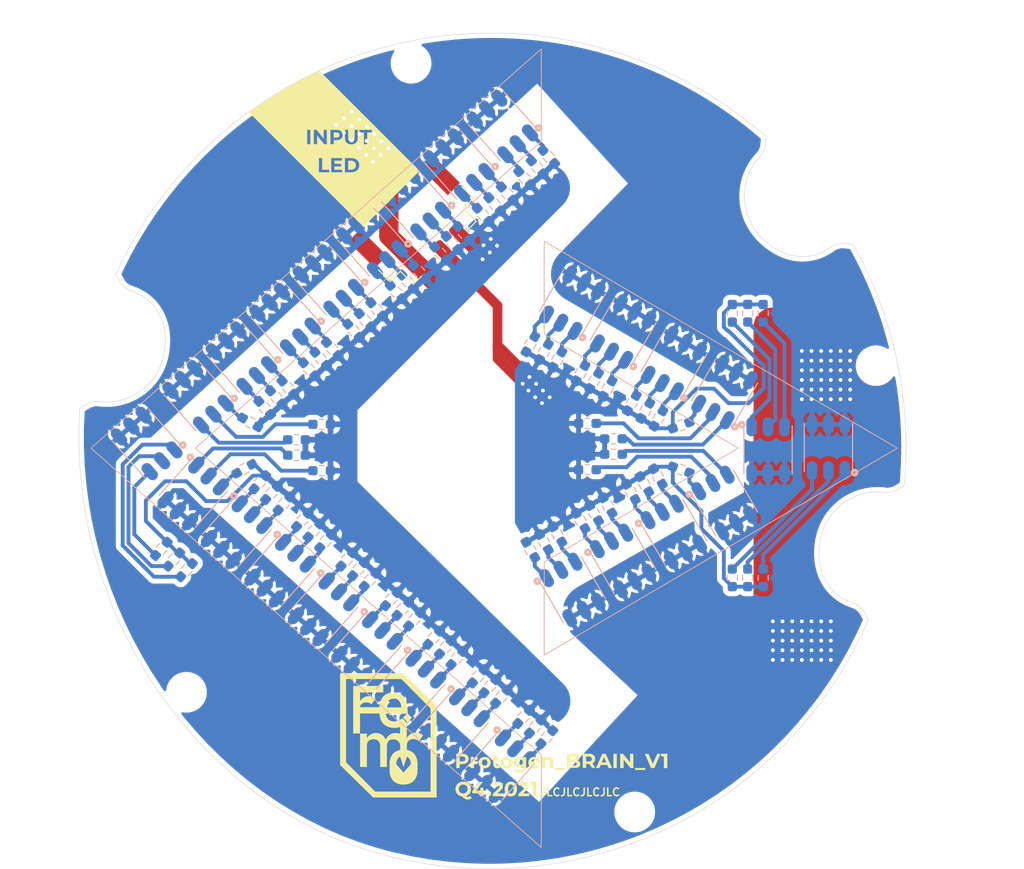
<source format=kicad_pcb>
(kicad_pcb (version 20211014) (generator pcbnew)
  (layers (0 "F.Cu" signal) (31 "B.Cu" signal) (34 "B.Paste" user) (35 "F.Paste" user) (36 "B.SilkS" user "B.Silkscreen") (37 "F.SilkS" user "F.Silkscreen") (38 "B.Mask" user) (39 "F.Mask" user) (44 "Edge.Cuts" user))
  (net 0 "")
  (net 1 "GND")
  (net 2 "Net-(D8-Pad1)")
  (net 3 "Net-(D8-Pad2)")
  (net 4 "Net-(D8-Pad3)")
  (net 5 "Net-(D9-Pad1)")
  (net 6 "Net-(D9-Pad2)")
  (net 7 "Net-(D9-Pad3)")
  (net 8 "Net-(D10-Pad3)")
  (net 9 "Net-(D10-Pad2)")
  (net 10 "Net-(D10-Pad1)")
  (net 11 "Net-(D11-Pad3)")
  (net 12 "Net-(D11-Pad2)")
  (net 13 "Net-(D11-Pad1)")
  (net 14 "Net-(D12-Pad1)")
  (net 15 "Net-(D12-Pad2)")
  (net 16 "Net-(D12-Pad3)")
  (net 17 "Net-(D13-Pad3)")
  (net 18 "Net-(D13-Pad2)")
  (net 19 "Net-(D13-Pad1)")
  (net 20 "Net-(D14-Pad1)")
  (net 21 "Net-(D14-Pad2)")
  (net 22 "Net-(D14-Pad3)")
  (net 23 "Net-(D15-Pad1)")
  (net 24 "Net-(D15-Pad2)")
  (net 25 "Net-(D15-Pad3)")
  (net 26 "Net-(D16-Pad1)")
  (net 27 "Net-(D16-Pad2)")
  (net 28 "Net-(D16-Pad3)")
  (net 29 "Net-(D17-Pad1)")
  (net 30 "Net-(D17-Pad2)")
  (net 31 "Net-(D17-Pad3)")
  (net 32 "Net-(D18-Pad3)")
  (net 33 "Net-(D18-Pad2)")
  (net 34 "Net-(D18-Pad1)")
  (net 35 "Net-(D19-Pad3)")
  (net 36 "Net-(D19-Pad2)")
  (net 37 "Net-(D19-Pad1)")
  (net 38 "Net-(D20-Pad3)")
  (net 39 "Net-(D20-Pad2)")
  (net 40 "Net-(D20-Pad1)")
  (net 41 "Net-(D21-Pad3)")
  (net 42 "Net-(D21-Pad2)")
  (net 43 "Net-(D21-Pad1)")
  (net 44 "Net-(D22-Pad3)")
  (net 45 "Net-(D22-Pad2)")
  (net 46 "Net-(D22-Pad1)")
  (net 47 "Net-(D23-Pad1)")
  (net 48 "Net-(D23-Pad2)")
  (net 49 "Net-(D23-Pad3)")
  (net 50 "Net-(D24-Pad1)")
  (net 51 "Net-(D24-Pad2)")
  (net 52 "Net-(D24-Pad3)")
  (net 53 "Net-(D25-Pad1)")
  (net 54 "Net-(D25-Pad2)")
  (net 55 "Net-(D25-Pad3)")
  (net 56 "Net-(D26-Pad3)")
  (net 57 "Net-(D26-Pad2)")
  (net 58 "Net-(D26-Pad1)")
  (net 59 "Net-(D27-Pad1)")
  (net 60 "Net-(D27-Pad2)")
  (net 61 "Net-(D27-Pad3)")
  (net 62 "Net-(D28-Pad1)")
  (net 63 "Net-(D28-Pad2)")
  (net 64 "Net-(D28-Pad3)")
  (net 65 "Net-(D29-Pad3)")
  (net 66 "Net-(D29-Pad2)")
  (net 67 "Net-(D29-Pad1)")
  (net 68 "Net-(D30-Pad3)")
  (net 69 "Net-(D30-Pad2)")
  (net 70 "Net-(D30-Pad1)")
  (net 71 "Net-(D31-Pad1)")
  (net 72 "Net-(D31-Pad2)")
  (net 73 "Net-(D31-Pad3)")
  (net 74 "Net-(D32-Pad1)")
  (net 75 "Net-(D32-Pad2)")
  (net 76 "Net-(D32-Pad3)")
  (net 77 "Net-(D33-Pad3)")
  (net 78 "Net-(D33-Pad2)")
  (net 79 "Net-(D33-Pad1)")
  (net 80 "Net-(D34-Pad3)")
  (net 81 "Net-(D34-Pad2)")
  (net 82 "Net-(D34-Pad1)")
  (net 83 "GREEN_LED_ANODE")
  (net 84 "BLUE_LED_ANODE")
  (footprint "_conn:Conn_XKB_XH2.54_3pin_(X8821WRS-03)" (layer "F.Cu") (at 134.45 72.75 -135)
    (fp_text reference "J4" hide)
    (fp_text value "CONN_SIDE_LED")
  )
  (footprint "Protogen_PCB:Wolfy_headphone_right_PCB" (layer "F.Cu") (at 145.2 99 -15)
    (fp_text reference "Ref**" hide)
    (fp_text value "Val**" hide)
  )
  (footprint "Protogen_PCB:Headphone_right_silk" (layer "F.Cu") (at 143.15 99.2)
    (fp_text reference "Ref**" hide)
    (fp_text value "Val**" hide)
  )
  (footprint "MountingHole:MountingHole_3.2mm_M3" (layer "F.Cu") (at 136.55 58.7)
    (fp_text reference "REF**" hide)
    (fp_text value "MountingHole_3.2mm_M3")
  )
  (footprint "MountingHole:MountingHole_3.2mm_M3" (layer "F.Cu") (at 159.7 136.25)
    (fp_text reference "REF**" hide)
    (fp_text value "MountingHole_3.2mm_M3")
  )
  (footprint "MountingHole:MountingHole_3.2mm_M3" (layer "F.Cu") (at 113.3 123.85)
    (fp_text reference "REF**" hide)
    (fp_text value "MountingHole_3.2mm_M3")
  )
  (footprint "MountingHole:MountingHole_3.2mm_M3" (layer "F.Cu") (at 184.675 90.025)
    (fp_text reference "REF**" hide)
    (fp_text value "MountingHole_3.2mm_M3")
  )
  (footprint "_led:LED_5050_HL-AF-5060" (layer "B.Cu") (at 146 65.25 131.5)
    (fp_text reference "D8" hide)
    (fp_text value "LED_GREEN")
  )
  (footprint "_led:LED_5050_HL-AF-5060" (layer "B.Cu") (at 141.5 69.25 131.5)
    (fp_text reference "D9" hide)
    (fp_text value "LED_GREEN")
  )
  (footprint "_led:LED_5050_HL-AF-5060" (layer "B.Cu") (at 137 73.25 131.5)
    (fp_text reference "D10" hide)
    (fp_text value "LED_GREEN")
  )
  (footprint "_led:LED_5050_HL-AF-5060" (layer "B.Cu") (at 132.5 77.25 131.5)
    (fp_text reference "D11" hide)
    (fp_text value "LED_GREEN")
  )
  (footprint "_led:LED_5050_HL-AF-5060" (layer "B.Cu") (at 128 81.25 131.5)
    (fp_text reference "D12" hide)
    (fp_text value "LED_GREEN")
  )
  (footprint "_led:LED_5050_HL-AF-5060" (layer "B.Cu") (at 123.5 85.25 131.5)
    (fp_text reference "D13" hide)
    (fp_text value "LED_GREEN")
  )
  (footprint "_led:LED_5050_HL-AF-5060" (layer "B.Cu") (at 119 89.25 131.5)
    (fp_text reference "D14" hide)
    (fp_text value "LED_GREEN")
  )
  (footprint "_led:LED_5050_HL-AF-5060" (layer "B.Cu") (at 114.5 93.25 131.5)
    (fp_text reference "D15" hide)
    (fp_text value "LED_GREEN")
  )
  (footprint "_led:LED_5050_HL-AF-5060" (layer "B.Cu") (at 109.182937 98.076052 131.5)
    (fp_text reference "D16" hide)
    (fp_text value "LED_GREEN")
  )
  (footprint "_led:LED_5050_HL-AF-5060" (layer "B.Cu") (at 114 103.25 -131.5)
    (fp_text reference "D17" hide)
    (fp_text value "LED_GREEN")
  )
  (footprint "_led:LED_5050_HL-AF-5060" (layer "B.Cu") (at 118.5 107.25 -131.5)
    (fp_text reference "D18" hide)
    (fp_text value "LED_GREEN")
  )
  (footprint "_led:LED_5050_HL-AF-5060" (layer "B.Cu") (at 123 111.25 -131.5)
    (fp_text reference "D19" hide)
    (fp_text value "LED_GREEN")
  )
  (footprint "_led:LED_5050_HL-AF-5060" (layer "B.Cu") (at 127.5 115.25 -131.5)
    (fp_text reference "Dr" hide)
    (fp_text value "LED_GREEN")
  )
  (footprint "_led:LED_5050_HL-AF-5060" (layer "B.Cu") (at 132 119.25 -131.5)
    (fp_text reference "D21" hide)
    (fp_text value "LED_GREEN")
  )
  (footprint "_led:LED_5050_HL-AF-5060" (layer "B.Cu") (at 136.5 123.25 -131.5)
    (fp_text reference "D22" hide)
    (fp_text value "LED_GREEN")
  )
  (footprint "_led:LED_5050_HL-AF-5060" (layer "B.Cu") (at 141 127.25 -131.5)
    (fp_text reference "D23" hide)
    (fp_text value "LED_GREEN")
  )
  (footprint "_led:LED_5050_HL-AF-5060" (layer "B.Cu") (at 145.75 131.5 -131.5)
    (fp_text reference "D24" hide)
    (fp_text value "LED_GREEN")
  )
  (footprint "_led:LED_5050_HL-AF-5060" (layer "B.Cu") (at 153.25 113.25 -60)
    (fp_text reference "D25" hide)
    (fp_text value "LED_BLUE")
  )
  (footprint "_led:LED_5050_HL-AF-5060" (layer "B.Cu") (at 158.5 110.25 -60)
    (fp_text reference "D26" hide)
    (fp_text value "LED_BLUE")
  )
  (footprint "_led:LED_5050_HL-AF-5060" (layer "B.Cu") (at 163.75 107.25 -60)
    (fp_text reference "D27" hide)
    (fp_text value "LED_BLUE")
  )
  (footprint "_led:LED_5050_HL-AF-5060" (layer "B.Cu") (at 169 104.25 -60)
    (fp_text reference "D28" hide)
    (fp_text value "LED_BLUE")
  )
  (footprint "_led:LED_5050_HL-AF-5060" (layer "B.Cu") (at 173.5 98.75 -90)
    (fp_text reference "D29" hide)
    (fp_text value "LED_BLUE")
  )
  (footprint "_led:LED_5050_HL-AF-5060" (layer "B.Cu") (at 179.75 98.5 90)
    (fp_text reference "D30" hide)
    (fp_text value "LED_BLUE")
  )
  (footprint "_led:LED_5050_HL-AF-5060" (layer "B.Cu") (at 169 92.75 60)
    (fp_text reference "D31" hide)
    (fp_text value "LED_BLUE")
  )
  (footprint "_led:LED_5050_HL-AF-5060" (layer "B.Cu") (at 163.75 89.75 60)
    (fp_text reference "D32" hide)
    (fp_text value "LED_BLUE")
  )
  (footprint "_led:LED_5050_HL-AF-5060" (layer "B.Cu") (at 158.5 86.5 60)
    (fp_text reference "D33" hide)
    (fp_text value "LED_BLUE")
  )
  (footprint "_led:LED_5050_HL-AF-5060" (layer "B.Cu") (at 153.25 83.5 60)
    (fp_text reference "D34" hide)
    (fp_text value "LED_BLUE")
  )
  (footprint "Resistor_SMD:R_0603_1608Metric_Pad0.98x0.95mm_HandSolder" (layer "B.Cu") (at 150.8 68.4 -48.5)
    (fp_text reference "R24" hide)
    (fp_text value "300")
  )
  (footprint "Resistor_SMD:R_0603_1608Metric_Pad0.98x0.95mm_HandSolder" (layer "B.Cu") (at 149.604641 69.483422 -48.5)
    (fp_text reference "R25" hide)
    (fp_text value "300")
  )
  (footprint "Resistor_SMD:R_0603_1608Metric_Pad0.98x0.95mm_HandSolder" (layer "B.Cu") (at 148.3 70.6 -48.5)
    (fp_text reference "R26" hide)
    (fp_text value "300")
  )
  (footprint "Resistor_SMD:R_0603_1608Metric_Pad0.98x0.95mm_HandSolder" (layer "B.Cu") (at 145.2 73.316578 -48.5)
    (fp_text reference "R28" hide)
    (fp_text value "300")
  )
  (footprint "Resistor_SMD:R_0603_1608Metric_Pad0.98x0.95mm_HandSolder" (layer "B.Cu") (at 144 74.4 -48.5)
    (fp_text reference "R29" hide)
    (fp_text value "300")
  )
  (footprint "Resistor_SMD:R_0603_1608Metric_Pad0.98x0.95mm_HandSolder" (layer "B.Cu") (at 142 76.3 -48.5)
    (fp_text reference "R30" hide)
    (fp_text value "300")
  )
  (footprint "Resistor_SMD:R_0603_1608Metric_Pad0.98x0.95mm_HandSolder" (layer "B.Cu") (at 140.795359 77.316578 -48.5)
    (fp_text reference "R31" hide)
    (fp_text value "300")
  )
  (footprint "Resistor_SMD:R_0603_1608Metric_Pad0.98x0.95mm_HandSolder" (layer "B.Cu") (at 139.595359 78.416578 -48.5)
    (fp_text reference "R32" hide)
    (fp_text value "300")
  )
  (footprint "Resistor_SMD:R_0603_1608Metric_Pad0.98x0.95mm_HandSolder" (layer "B.Cu") (at 136.195359 81.316578 -48.5)
    (fp_text reference "R34" hide)
    (fp_text value "300")
  )
  (footprint "Resistor_SMD:R_0603_1608Metric_Pad0.98x0.95mm_HandSolder" (layer "B.Cu") (at 133 84.2 -48.5)
    (fp_text reference "R36" hide)
    (fp_text value "300")
  )
  (footprint "Resistor_SMD:R_0603_1608Metric_Pad0.98x0.95mm_HandSolder" (layer "B.Cu") (at 131.795359 85.316578 -48.5)
    (fp_text reference "R37" hide)
    (fp_text value "300")
  )
  (footprint "Resistor_SMD:R_0603_1608Metric_Pad0.98x0.95mm_HandSolder" (layer "B.Cu") (at 130.6 86.4 -48.5)
    (fp_text reference "R38" hide)
    (fp_text value "300")
  )
  (footprint "Resistor_SMD:R_0603_1608Metric_Pad0.98x0.95mm_HandSolder" (layer "B.Cu") (at 128.4 88.3 -48.5)
    (fp_text reference "R39" hide)
    (fp_text value "300")
  )
  (footprint "Resistor_SMD:R_0603_1608Metric_Pad0.98x0.95mm_HandSolder" (layer "B.Cu") (at 127.195359 89.316578 -48.5)
    (fp_text reference "R40" hide)
    (fp_text value "300")
  )
  (footprint "Resistor_SMD:R_0603_1608Metric_Pad0.98x0.95mm_HandSolder" (layer "B.Cu") (at 126 90.4 -48.5)
    (fp_text reference "R41" hide)
    (fp_text value "300")
  )
  (footprint "Resistor_SMD:R_0603_1608Metric_Pad0.98x0.95mm_HandSolder" (layer "B.Cu") (at 123.8 92.3 -48.5)
    (fp_text reference "R42" hide)
    (fp_text value "300")
  )
  (footprint "Resistor_SMD:R_0603_1608Metric_Pad0.98x0.95mm_HandSolder" (layer "B.Cu") (at 122.595359 93.316578 -48.5)
    (fp_text reference "R43" hide)
    (fp_text value "300")
  )
  (footprint "Resistor_SMD:R_0603_1608Metric_Pad0.98x0.95mm_HandSolder" (layer "B.Cu") (at 121.395359 94.4 -48.5)
    (fp_text reference "R44" hide)
    (fp_text value "300")
  )
  (footprint "Resistor_SMD:R_0603_1608Metric_Pad0.98x0.95mm_HandSolder" (layer "B.Cu") (at 119.9 95.9 -30)
    (fp_text reference "R45" hide)
    (fp_text value "300")
  )
  (footprint "Resistor_SMD:R_0603_1608Metric_Pad0.98x0.95mm_HandSolder" (layer "B.Cu") (at 127.3 96.1)
    (fp_text reference "R46" hide)
    (fp_text value "300")
  )
  (footprint "Resistor_SMD:R_0603_1608Metric_Pad0.98x0.95mm_HandSolder" (layer "B.Cu") (at 124.7 97.7)
    (fp_text reference "R47" hide)
    (fp_text value "300")
  )
  (footprint "Resistor_SMD:R_0603_1608Metric_Pad0.98x0.95mm_HandSolder" (layer "B.Cu") (at 113.3 111.2 48.5)
    (fp_text reference "R48" hide)
    (fp_text value "300")
  )
  (footprint "Resistor_SMD:R_0603_1608Metric_Pad0.98x0.95mm_HandSolder" (layer "B.Cu") (at 112 110.1 48.5)
    (fp_text reference "R49" hide)
    (fp_text value "300")
  )
  (footprint "Resistor_SMD:R_0603_1608Metric_Pad0.98x0.95mm_HandSolder" (layer "B.Cu") (at 110.7 109 48.5)
    (fp_text reference "R50" hide)
    (fp_text value "300")
  )
  (footprint "Resistor_SMD:R_0603_1608Metric_Pad0.98x0.95mm_HandSolder" (layer "B.Cu") (at 124.7 99.3)
    (fp_text reference "R51" hide)
    (fp_text value "300")
  )
  (footprint "Resistor_SMD:R_0603_1608Metric_Pad0.98x0.95mm_HandSolder" (layer "B.Cu") (at 127.3 100.9)
    (fp_text reference "R52" hide)
    (fp_text value "300")
  )
  (footprint "Resistor_SMD:R_0603_1608Metric_Pad0.98x0.95mm_HandSolder" (layer "B.Cu") (at 119.3 100.7 30)
    (fp_text reference "R53" hide)
    (fp_text value "300")
  )
  (footprint "Resistor_SMD:R_0603_1608Metric_Pad0.98x0.95mm_HandSolder" (layer "B.Cu") (at 120.9 102.1 48.5)
    (fp_text reference "R54" hide)
    (fp_text value "300")
  )
  (footprint "Resistor_SMD:R_0603_1608Metric_Pad0.98x0.95mm_HandSolder" (layer "B.Cu") (at 122.1 103.2 48.5)
    (fp_text reference "R55" hide)
    (fp_text value "300")
  )
  (footprint "Resistor_SMD:R_0603_1608Metric_Pad0.98x0.95mm_HandSolder" (layer "B.Cu") (at 123.4 104.3 48.5)
    (fp_text reference "R56" hide)
    (fp_text value "300")
  )
  (footprint "Resistor_SMD:R_0603_1608Metric_Pad0.98x0.95mm_HandSolder" (layer "B.Cu") (at 125.3 106 48.5)
    (fp_text reference "R57" hide)
    (fp_text value "300")
  )
  (footprint "Resistor_SMD:R_0603_1608Metric_Pad0.98x0.95mm_HandSolder" (layer "B.Cu") (at 126.5 107.1 48.5)
    (fp_text reference "R58" hide)
    (fp_text value "300")
  )
  (footprint "Resistor_SMD:R_0603_1608Metric_Pad0.98x0.95mm_HandSolder" (layer "B.Cu") (at 127.7 108.2 48.5)
    (fp_text reference "R59" hide)
    (fp_text value "300")
  )
  (footprint "Resistor_SMD:R_0603_1608Metric_Pad0.98x0.95mm_HandSolder" (layer "B.Cu") (at 131.1 111.1 48.5)
    (fp_text reference "R61" hide)
    (fp_text value "300")
  )
  (footprint "Resistor_SMD:R_0603_1608Metric_Pad0.98x0.95mm_HandSolder" (layer "B.Cu") (at 132.3 112.2 48.5)
    (fp_text reference "R62" hide)
    (fp_text value "300")
  )
  (footprint "Resistor_SMD:R_0603_1608Metric_Pad0.98x0.95mm_HandSolder" (layer "B.Cu") (at 134.5 114.2 48.5)
    (fp_text reference "R63" hide)
    (fp_text value "300")
  )
  (footprint "Resistor_SMD:R_0603_1608Metric_Pad0.98x0.95mm_HandSolder" (layer "B.Cu") (at 135.7 115.2 48.5)
    (fp_text reference "R64" hide)
    (fp_text value "300")
  )
  (footprint "Resistor_SMD:R_0603_1608Metric_Pad0.98x0.95mm_HandSolder" (layer "B.Cu") (at 138.9 118.2 48.5)
    (fp_text reference "R66" hide)
    (fp_text value "300")
  )
  (footprint "Resistor_SMD:R_0603_1608Metric_Pad0.98x0.95mm_HandSolder" (layer "B.Cu") (at 140.1 119.2 48.5)
    (fp_text reference "R67" hide)
    (fp_text value "300")
  )
  (footprint "Resistor_SMD:R_0603_1608Metric_Pad0.98x0.95mm_HandSolder" (layer "B.Cu") (at 141.3 120.3 48.5)
    (fp_text reference "R68" hide)
    (fp_text value "300")
  )
  (footprint "Resistor_SMD:R_0603_1608Metric_Pad0.98x0.95mm_HandSolder" (layer "B.Cu") (at 143.5 122.2 48.5)
    (fp_text reference "R69" hide)
    (fp_text value "300")
  )
  (footprint "Resistor_SMD:R_0603_1608Metric_Pad0.98x0.95mm_HandSolder" (layer "B.Cu") (at 144.7 123.216578 48.5)
    (fp_text reference "R70" hide)
    (fp_text value "300")
  )
  (footprint "Resistor_SMD:R_0603_1608Metric_Pad0.98x0.95mm_HandSolder" (layer "B.Cu") (at 145.9 124.3 48.5)
    (fp_text reference "R71" hide)
    (fp_text value "300")
  )
  (footprint "Resistor_SMD:R_0603_1608Metric_Pad0.98x0.95mm_HandSolder" (layer "B.Cu") (at 148.2 126.4 48.5)
    (fp_text reference "R72" hide)
    (fp_text value "300")
  )
  (footprint "Resistor_SMD:R_0603_1608Metric_Pad0.98x0.95mm_HandSolder" (layer "B.Cu") (at 149.4 127.4 48.5)
    (fp_text reference "R73" hide)
    (fp_text value "300")
  )
  (footprint "Resistor_SMD:R_0603_1608Metric_Pad0.98x0.95mm_HandSolder" (layer "B.Cu") (at 150.6 128.5 48.5)
    (fp_text reference "R74" hide)
    (fp_text value "300")
  )
  (footprint "Resistor_SMD:R_0603_1608Metric_Pad0.98x0.95mm_HandSolder" (layer "B.Cu") (at 148.9 109.1 120)
    (fp_text reference "R77" hide)
    (fp_text value "300")
  )
  (footprint "Resistor_SMD:R_0603_1608Metric_Pad0.98x0.95mm_HandSolder" (layer "B.Cu") (at 150.3 108.3 120)
    (fp_text reference "R78" hide)
    (fp_text value "300")
  )
  (footprint "Resistor_SMD:R_0603_1608Metric_Pad0.98x0.95mm_HandSolder" (layer "B.Cu") (at 151.7 107.5 120)
    (fp_text reference "R79" hide)
    (fp_text value "300")
  )
  (footprint "Resistor_SMD:R_0603_1608Metric_Pad0.98x0.95mm_HandSolder" (layer "B.Cu") (at 155.5 105.3 120)
    (fp_text reference "R81" hide)
    (fp_text value "300")
  )
  (footprint "Resistor_SMD:R_0603_1608Metric_Pad0.98x0.95mm_HandSolder" (layer "B.Cu") (at 156.9 104.5 120)
    (fp_text reference "R82" hide)
    (fp_text value "300")
  )
  (footprint "Resistor_SMD:R_0603_1608Metric_Pad0.98x0.95mm_HandSolder" (layer "B.Cu") (at 159.3 103.1 120)
    (fp_text reference "R83" hide)
    (fp_text value "300")
  )
  (footprint "Resistor_SMD:R_0603_1608Metric_Pad0.98x0.95mm_HandSolder" (layer "B.Cu") (at 160.7 102.3 120)
    (fp_text reference "R84" hide)
    (fp_text value "300")
  )
  (footprint "Resistor_SMD:R_0603_1608Metric_Pad0.98x0.95mm_HandSolder" (layer "B.Cu") (at 162.1 101.5 120)
    (fp_text reference "R85" hide)
    (fp_text value "300")
  )
  (footprint "Resistor_SMD:R_0603_1608Metric_Pad0.98x0.95mm_HandSolder" (layer "B.Cu") (at 164.5 100.8 160)
    (fp_text reference "R86" hide)
    (fp_text value "300")
  )
  (footprint "Resistor_SMD:R_0603_1608Metric_Pad0.98x0.95mm_HandSolder" (layer "B.Cu") (at 154.8 100.8 180)
    (fp_text reference "R87" hide)
    (fp_text value "300")
  )
  (footprint "Resistor_SMD:R_0603_1608Metric_Pad0.98x0.95mm_HandSolder" (layer "B.Cu") (at 157.5 99.2 180)
    (fp_text reference "R88" hide)
    (fp_text value "300")
  )
  (footprint "Resistor_SMD:R_0603_1608Metric_Pad0.98x0.95mm_HandSolder" (layer "B.Cu") (at 169.8 84.6 90)
    (fp_text reference "R89" hide)
    (fp_text value "300")
  )
  (footprint "Resistor_SMD:R_0603_1608Metric_Pad0.98x0.95mm_HandSolder" (layer "B.Cu") (at 171.4 84.5875 90)
    (fp_text reference "R90" hide)
    (fp_text value "300")
  )
  (footprint "Resistor_SMD:R_0603_1608Metric_Pad0.98x0.95mm_HandSolder" (layer "B.Cu") (at 173 84.6 90)
    (fp_text reference "R91" hide)
    (fp_text value "300")
  )
  (footprint "Resistor_SMD:R_0603_1608Metric_Pad0.98x0.95mm_HandSolder" (layer "B.Cu") (at 173 112 -90)
    (fp_text reference "R92" hide)
    (fp_text value "300")
  )
  (footprint "Resistor_SMD:R_0603_1608Metric_Pad0.98x0.95mm_HandSolder" (layer "B.Cu") (at 171.4 112 -90)
    (fp_text reference "R93" hide)
    (fp_text value "300")
  )
  (footprint "Resistor_SMD:R_0603_1608Metric_Pad0.98x0.95mm_HandSolder" (layer "B.Cu") (at 169.8 112 -90)
    (fp_text reference "R94" hide)
    (fp_text value "300")
  )
  (footprint "Resistor_SMD:R_0603_1608Metric_Pad0.98x0.95mm_HandSolder" (layer "B.Cu") (at 157.5 97.6 180)
    (fp_text reference "R95" hide)
    (fp_text value "300")
  )
  (footprint "Resistor_SMD:R_0603_1608Metric_Pad0.98x0.95mm_HandSolder" (layer "B.Cu") (at 154.8 96 180)
    (fp_text reference "R96" hide)
    (fp_text value "300")
  )
  (footprint "Resistor_SMD:R_0603_1608Metric_Pad0.98x0.95mm_HandSolder" (layer "B.Cu") (at 164.5 96.2 -160)
    (fp_text reference "R97" hide)
    (fp_text value "300")
  )
  (footprint "Resistor_SMD:R_0603_1608Metric_Pad0.98x0.95mm_HandSolder" (layer "B.Cu") (at 162.15625 95.5 -120)
    (fp_text reference "R98" hide)
    (fp_text value "300")
  )
  (footprint "Resistor_SMD:R_0603_1608Metric_Pad0.98x0.95mm_HandSolder" (layer "B.Cu") (at 160.8 94.7 -120)
    (fp_text reference "R99" hide)
    (fp_text value "300")
  )
  (footprint "Resistor_SMD:R_0603_1608Metric_Pad0.98x0.95mm_HandSolder" (layer "B.Cu") (at 159.4 93.9 -120)
    (fp_text reference "R100" hide)
    (fp_text value "300")
  )
  (footprint "Resistor_SMD:R_0603_1608Metric_Pad0.98x0.95mm_HandSolder" (layer "B.Cu") (at 155.5 91.6 -120)
    (fp_text reference "R102" hide)
    (fp_text value "300")
  )
  (footprint "Resistor_SMD:R_0603_1608Metric_Pad0.98x0.95mm_HandSolder" (layer "B.Cu") (at 154.1 90.8 -120)
    (fp_text reference "R103" hide)
    (fp_text value "300")
  )
  (footprint "Resistor_SMD:R_0603_1608Metric_Pad0.98x0.95mm_HandSolder" (layer "B.Cu") (at 150.3 88.6 -120)
    (fp_text reference "R105" hide)
    (fp_text value "300")
  )
  (footprint "Resistor_SMD:R_0603_1608Metric_Pad0.98x0.95mm_HandSolder" (layer "B.Cu") (at 148.9 87.8 -120)
    (fp_text reference "R106" hide)
    (fp_text value "300")
  )
  (footprint "Resistor_SMD:R_0603_1608Metric_Pad0.98x0.95mm_HandSolder" (layer "B.Cu") (at 146.5 72.2 -48.5)
    (fp_text reference "R27" hide)
    (fp_text value "300")
  )
  (footprint "Resistor_SMD:R_0603_1608Metric_Pad0.98x0.95mm_HandSolder" (layer "B.Cu") (at 135 82.4 -48.5)
    (fp_text reference "R35" hide)
    (fp_text value "300")
  )
  (footprint "Resistor_SMD:R_0603_1608Metric_Pad0.98x0.95mm_HandSolder" (layer "B.Cu") (at 137.4 80.3 -48.5)
    (fp_text reference "R33" hide)
    (fp_text value "300")
  )
  (footprint "Resistor_SMD:R_0603_1608Metric_Pad0.98x0.95mm_HandSolder" (layer "B.Cu") (at 129.9 110.1 48.5)
    (fp_text reference "R60" hide)
    (fp_text value "300")
  )
  (footprint "Resistor_SMD:R_0603_1608Metric_Pad0.98x0.95mm_HandSolder" (layer "B.Cu") (at 136.9 116.3 48.5)
    (fp_text reference "R65" hide)
    (fp_text value "300")
  )
  (footprint "Resistor_SMD:R_0603_1608Metric_Pad0.98x0.95mm_HandSolder" (layer "B.Cu") (at 151.7 89.4 -120)
    (fp_text reference "R104" hide)
    (fp_text value "300")
  )
  (footprint "Resistor_SMD:R_0603_1608Metric_Pad0.98x0.95mm_HandSolder" (layer "B.Cu") (at 156.9 92.4 -120)
    (fp_text reference "R101" hide)
    (fp_text value "300")
  )
  (footprint "Resistor_SMD:R_0603_1608Metric_Pad0.98x0.95mm_HandSolder" (layer "B.Cu") (at 154.1 106.1 120)
    (fp_text reference "R80" hide)
    (fp_text value "300")
  )
  (gr_curve (pts (xy 185.5192 103.1317) (xy 182.4319 102.7833) (xy 179.5841 104.8346) (xy 178.9363 107.8731)) (layer "Edge.Cuts") (width 0.05))
  (gr_curve (pts (xy 181.4475 77.37) (xy 181.4475 77.37) (xy 182.3022 77.4657) (xy 182.3022 77.4657)) (layer "Edge.Cuts") (width 0.05))
  (gr_curve (pts (xy 186.8555 102.8849) (xy 186.4526 103.1207) (xy 185.9797 103.2079) (xy 185.5192 103.1317)) (layer "Edge.Cuts") (width 0.05))
  (gr_curve (pts (xy 107.4441 82.2115) (xy 107.0071 82.0473) (xy 106.6413 81.7352) (xy 106.4102 81.3297)) (layer "Edge.Cuts") (width 0.05))
  (gr_curve (pts (xy 187.598 102.4508) (xy 187.598 102.4508) (xy 186.8555 102.8849) (xy 186.8555 102.8849)) (layer "Edge.Cuts") (width 0.05))
  (gr_curve (pts (xy 173.2942 66.3156) (xy 173.2942 66.3156) (xy 173.2081 67.1714) (xy 173.2081 67.1714)) (layer "Edge.Cuts") (width 0.05))
  (gr_curve (pts (xy 134.6021 140.9171) (xy 114.3676 136.0064) (xy 100.8171 115.199) (xy 102.2743 94.4282)) (layer "Edge.Cuts") (width 0.05))
  (gr_curve (pts (xy 172.6208 68.3968) (xy 170.5216 70.6874) (xy 170.5032 74.1969) (xy 172.578 76.5095)) (layer "Edge.Cuts") (width 0.05))
  (gr_curve (pts (xy 172.578 76.5095) (xy 174.652899 78.822) (xy 177.6219 79.5261) (xy 180.1259 77.6867)) (layer "Edge.Cuts") (width 0.05))
  (gr_curve (pts (xy 173.2081 67.1714) (xy 173.1614 67.6357) (xy 172.9534 68.0695) (xy 172.6208 68.3968)) (layer "Edge.Cuts") (width 0.05))
  (gr_curve (pts (xy 178.9363 107.8731) (xy 178.2884 110.9118) (xy 179.4672 113.7263) (xy 182.4281 114.6675)) (layer "Edge.Cuts") (width 0.05))
  (gr_curve (pts (xy 106.4102 81.3297) (xy 106.4102 81.3297) (xy 105.9842 80.5825) (xy 105.9842 80.5825)) (layer "Edge.Cuts") (width 0.05))
  (gr_curve (pts (xy 135.9979 56.5068) (xy 149.2482 53.6824) (xy 163.1272 57.3613) (xy 173.2942 66.3156)) (layer "Edge.Cuts") (width 0.05))
  (gr_curve (pts (xy 110.936 89.0059) (xy 111.5838 85.9672) (xy 110.405 83.1527) (xy 107.4441 82.2115)) (layer "Edge.Cuts") (width 0.05))
  (gr_curve (pts (xy 182.4281 114.6675) (xy 182.8651 114.8317) (xy 183.231 115.1438) (xy 183.4621 115.5494)) (layer "Edge.Cuts") (width 0.05))
  (gr_curve (pts (xy 183.888 116.2966) (xy 175.662 135.4246) (xy 154.8366 145.8279) (xy 134.6021 140.9171)) (layer "Edge.Cuts") (width 0.05))
  (gr_curve (pts (xy 105.9842 80.5825) (xy 111.616 68.2605) (xy 122.7476 59.3312) (xy 135.9979 56.5068)) (layer "Edge.Cuts") (width 0.05))
  (gr_curve (pts (xy 102.2743 94.4282) (xy 102.2743 94.4282) (xy 103.0167 93.9941) (xy 103.0167 93.9941)) (layer "Edge.Cuts") (width 0.05))
  (gr_curve (pts (xy 183.4621 115.5494) (xy 183.4621 115.5494) (xy 183.888 116.2966) (xy 183.888 116.2966)) (layer "Edge.Cuts") (width 0.05))
  (gr_curve (pts (xy 104.3531 93.7474) (xy 107.4404 94.0957) (xy 110.2882 92.0445) (xy 110.936 89.0059)) (layer "Edge.Cuts") (width 0.05))
  (gr_curve (pts (xy 180.1259 77.6867) (xy 180.5159 77.4302) (xy 180.9836 77.3182) (xy 181.4475 77.37)) (layer "Edge.Cuts") (width 0.05))
  (gr_curve (pts (xy 182.3022 77.4657) (xy 186.5657 85.0604) (xy 188.4128 93.7794) (xy 187.598 102.4508)) (layer "Edge.Cuts") (width 0.05))
  (gr_curve (pts (xy 103.0167 93.9941) (xy 103.4197 93.7584) (xy 103.8925 93.6712) (xy 104.3531 93.7474)) (layer "Edge.Cuts") (width 0.05))
  (gr_text "JLCJLCJLCJLC" (at 154.05 134.2) (layer "F.SilkS") (effects (font (size 0.8 0.8) (thickness 0.153))))
  (segment (start 129.6 64.4) (end 129.6 64.4) (width 2) (layer "F.Cu") (net 1))
  (segment (start 130.4 65.2) (end 129.6 64.4) (width 2) (layer "F.Cu") (net 1))
  (segment (start 131.2 66) (end 130.4 65.2) (width 2) (layer "F.Cu") (net 1))
  (segment (start 131.95 66.75) (end 131.2 66) (width 2) (layer "F.Cu") (net 1))
  (segment (start 135.295049 77.645049) (end 139.5 81.85) (width 2) (layer "F.Cu") (net 1))
  (segment (start 130.4 63.7) (end 134.2 67.5) (width 1) (layer "F.Cu") (net 1))
  (segment (start 128.8 65.1) (end 129 65.1) (width 1) (layer "F.Cu") (net 1))
  (segment (start 129 65.1) (end 130.4 63.7) (width 1) (layer "F.Cu") (net 1))
  (segment (start 134.25 76.6) (end 135.295049 77.645049) (width 2) (layer "F.Cu") (net 1))
  (segment (start 131.95 66.75) (end 134.25 69.05) (width 2) (layer "F.Cu") (net 1))
  (segment (start 128.8 65.1) (end 132.6 68.9) (width 1) (layer "F.Cu") (net 1))
  (segment (start 134.25 69.05) (end 134.25 76.6) (width 2) (layer "F.Cu") (net 1))
  (via (at 131.9 68.2) (size 0.8) (drill 0.4) (layers "F.Cu" "B.Cu") (net 1))
  (via (at 128.8 65.1) (size 0.8) (drill 0.4) (layers "F.Cu" "B.Cu") (net 1))
  (via (at 132.6 68.9) (size 0.8) (drill 0.4) (layers "F.Cu" "B.Cu") (net 1))
  (via (at 131.15 67.45) (size 0.8) (drill 0.4) (layers "F.Cu" "B.Cu") (net 1))
  (via (at 129.6 65.9) (size 0.8) (drill 0.4) (layers "F.Cu" "B.Cu") (net 1))
  (via (at 130.4 66.7) (size 0.8) (drill 0.4) (layers "F.Cu" "B.Cu") (net 1))
  (via (at 131.2 64.5) (size 0.8) (drill 0.4) (layers "F.Cu" "B.Cu") (net 1))
  (via (at 132.75 66.05) (size 0.8) (drill 0.4) (layers "F.Cu" "B.Cu") (net 1))
  (via (at 133.5 66.8) (size 0.8) (drill 0.4) (layers "F.Cu" "B.Cu") (net 1))
  (via (at 132 65.3) (size 0.8) (drill 0.4) (layers "F.Cu" "B.Cu") (net 1))
  (via (at 134.2 67.5) (size 0.8) (drill 0.4) (layers "F.Cu" "B.Cu") (net 1))
  (via (at 130.4 63.7) (size 0.8) (drill 0.4) (layers "F.Cu" "B.Cu") (net 1))
  (via locked (at 177 92.5) (size 0.8) (drill 0.4) (layers "F.Cu" "B.Cu") (net 1))
  (via locked (at 179 92.5) (size 0.8) (drill 0.4) (layers "F.Cu" "B.Cu") (net 1))
  (via locked (at 179 91.5) (size 0.8) (drill 0.4) (layers "F.Cu" "B.Cu") (net 1))
  (via locked (at 182 90.5) (size 0.8) (drill 0.4) (layers "F.Cu" "B.Cu") (net 1))
  (via locked (at 181 90.5) (size 0.8) (drill 0.4) (layers "F.Cu" "B.Cu") (net 1))
  (via locked (at 178 92.5) (size 0.8) (drill 0.4) (layers "F.Cu" "B.Cu") (net 1))
  (via locked (at 177 90.5) (size 0.8) (drill 0.4) (layers "F.Cu" "B.Cu") (net 1))
  (via locked (at 182 91.5) (size 0.8) (drill 0.4) (layers "F.Cu" "B.Cu") (net 1))
  (via locked (at 180 92.5) (size 0.8) (drill 0.4) (layers "F.Cu" "B.Cu") (net 1))
  (via locked (at 181 92.5) (size 0.8) (drill 0.4) (layers "F.Cu" "B.Cu") (net 1))
  (via locked (at 180 90.5) (size 0.8) (drill 0.4) (layers "F.Cu" "B.Cu") (net 1))
  (via locked (at 182 92.5) (size 0.8) (drill 0.4) (layers "F.Cu" "B.Cu") (net 1))
  (via locked (at 177 91.5) (size 0.8) (drill 0.4) (layers "F.Cu" "B.Cu") (net 1))
  (via locked (at 178 91.5) (size 0.8) (drill 0.4) (layers "F.Cu" "B.Cu") (net 1))
  (via locked (at 181 91.5) (size 0.8) (drill 0.4) (layers "F.Cu" "B.Cu") (net 1))
  (via locked (at 180 91.5) (size 0.8) (drill 0.4) (layers "F.Cu" "B.Cu") (net 1))
  (via locked (at 178 89.5) (size 0.8) (drill 0.4) (layers "F.Cu" "B.Cu") (net 1))
  (via locked (at 178 90.5) (size 0.8) (drill 0.4) (layers "F.Cu" "B.Cu") (net 1))
  (via locked (at 179 90.5) (size 0.8) (drill 0.4) (layers "F.Cu" "B.Cu") (net 1))
  (via locked (at 181 88.5) (size 0.8) (drill 0.4) (layers "F.Cu" "B.Cu") (net 1))
  (via locked (at 177 88.5) (size 0.8) (drill 0.4) (layers "F.Cu" "B.Cu") (net 1))
  (via locked (at 182 88.5) (size 0.8) (drill 0.4) (layers "F.Cu" "B.Cu") (net 1))
  (via locked (at 181 89.5) (size 0.8) (drill 0.4) (layers "F.Cu" "B.Cu") (net 1))
  (via locked (at 179 89.5) (size 0.8) (drill 0.4) (layers "F.Cu" "B.Cu") (net 1))
  (via locked (at 180 89.5) (size 0.8) (drill 0.4) (layers "F.Cu" "B.Cu") (net 1))
  (via locked (at 178 88.5) (size 0.8) (drill 0.4) (layers "F.Cu" "B.Cu") (net 1))
  (via locked (at 179 88.5) (size 0.8) (drill 0.4) (layers "F.Cu" "B.Cu") (net 1))
  (via locked (at 182 89.5) (size 0.8) (drill 0.4) (layers "F.Cu" "B.Cu") (net 1))
  (via locked (at 180 88.5) (size 0.8) (drill 0.4) (layers "F.Cu" "B.Cu") (net 1))
  (via locked (at 177 89.5) (size 0.8) (drill 0.4) (layers "F.Cu" "B.Cu") (net 1))
  (via locked (at 177 93.5) (size 0.8) (drill 0.4) (layers "F.Cu" "B.Cu") (net 1))
  (via locked (at 179 93.5) (size 0.8) (drill 0.4) (layers "F.Cu" "B.Cu") (net 1))
  (via locked (at 182 93.5) (size 0.8) (drill 0.4) (layers "F.Cu" "B.Cu") (net 1))
  (via locked (at 181 93.5) (size 0.8) (drill 0.4) (layers "F.Cu" "B.Cu") (net 1))
  (via locked (at 180 93.5) (size 0.8) (drill 0.4) (layers "F.Cu" "B.Cu") (net 1))
  (via locked (at 178 93.5) (size 0.8) (drill 0.4) (layers "F.Cu" "B.Cu") (net 1))
  (via locked (at 176 119.5) (size 0.8) (drill 0.4) (layers "F.Cu" "B.Cu") (net 1))
  (via locked (at 177 117.5) (size 0.8) (drill 0.4) (layers "F.Cu" "B.Cu") (net 1))
  (via locked (at 179 118.5) (size 0.8) (drill 0.4) (layers "F.Cu" "B.Cu") (net 1))
  (via locked (at 175 119.5) (size 0.8) (drill 0.4) (layers "F.Cu" "B.Cu") (net 1))
  (via locked (at 180 120.5) (size 0.8) (drill 0.4) (layers "F.Cu" "B.Cu") (net 1))
  (via locked (at 176 118.5) (size 0.8) (drill 0.4) (layers "F.Cu" "B.Cu") (net 1))
  (via (at 131.2 66) (size 0.8) (drill 0.4) (layers "F.Cu" "B.Cu") (net 1))
  (via locked (at 174 117.5) (size 0.8) (drill 0.4) (layers "F.Cu" "B.Cu") (net 1))
  (via locked (at 177 118.5) (size 0.8) (drill 0.4) (layers "F.Cu" "B.Cu") (net 1))
  (via locked (at 174 118.5) (size 0.8) (drill 0.4) (layers "F.Cu" "B.Cu") (net 1))
  (via locked (at 176 117.5) (size 0.8) (drill 0.4) (layers "F.Cu" "B.Cu") (net 1))
  (via locked (at 180 118.5) (size 0.8) (drill 0.4) (layers "F.Cu" "B.Cu") (net 1))
  (via locked (at 178 116.5) (size 0.8) (drill 0.4) (layers "F.Cu" "B.Cu") (net 1))
  (via locked (at 178 120.5) (size 0.8) (drill 0.4) (layers "F.Cu" "B.Cu") (net 1))
  (via (at 133.4 68.2) (size 0.8) (drill 0.4) (layers "F.Cu" "B.Cu") (net 1))
  (via locked (at 178 117.5) (size 0.8) (drill 0.4) (layers "F.Cu" "B.Cu") (net 1))
  (via locked (at 179 117.5) (size 0.8) (drill 0.4) (layers "F.Cu" "B.Cu") (net 1))
  (via locked (at 175 116.5) (size 0.8) (drill 0.4) (layers "F.Cu" "B.Cu") (net 1))
  (via locked (at 175 118.5) (size 0.8) (drill 0.4) (layers "F.Cu" "B.Cu") (net 1))
  (via locked (at 180 119.5) (size 0.8) (drill 0.4) (layers "F.Cu" "B.Cu") (net 1))
  (via locked (at 175 117.5) (size 0.8) (drill 0.4) (layers "F.Cu" "B.Cu") (net 1))
  (via locked (at 175 120.5) (size 0.8) (drill 0.4) (layers "F.Cu" "B.Cu") (net 1))
  (via locked (at 176 116.5) (size 0.8) (drill 0.4) (layers "F.Cu" "B.Cu") (net 1))
  (via locked (at 174 120.5) (size 0.8) (drill 0.4) (layers "F.Cu" "B.Cu") (net 1))
  (via locked (at 179 119.5) (size 0.8) (drill 0.4) (layers "F.Cu" "B.Cu") (net 1))
  (via locked (at 176 120.5) (size 0.8) (drill 0.4) (layers "F.Cu" "B.Cu") (net 1))
  (via locked (at 178 118.5) (size 0.8) (drill 0.4) (layers "F.Cu" "B.Cu") (net 1))
  (via locked (at 180 117.5) (size 0.8) (drill 0.4) (layers "F.Cu" "B.Cu") (net 1))
  (via locked (at 178 119.5) (size 0.8) (drill 0.4) (layers "F.Cu" "B.Cu") (net 1))
  (via locked (at 177 116.5) (size 0.8) (drill 0.4) (layers "F.Cu" "B.Cu") (net 1))
  (via locked (at 179 120.5) (size 0.8) (drill 0.4) (layers "F.Cu" "B.Cu") (net 1))
  (via (at 130.4 65.2) (size 0.8) (drill 0.4) (layers "F.Cu" "B.Cu") (net 1))
  (via locked (at 174 119.5) (size 0.8) (drill 0.4) (layers "F.Cu" "B.Cu") (net 1))
  (via locked (at 179 116.5) (size 0.8) (drill 0.4) (layers "F.Cu" "B.Cu") (net 1))
  (via (at 132.7 67.5) (size 0.8) (drill 0.4) (layers "F.Cu" "B.Cu") (net 1))
  (via locked (at 180 116.5) (size 0.8) (drill 0.4) (layers "F.Cu" "B.Cu") (net 1))
  (via (at 129.6 64.4) (size 0.8) (drill 0.4) (layers "F.Cu" "B.Cu") (net 1))
  (via locked (at 177 120.5) (size 0.8) (drill 0.4) (layers "F.Cu" "B.Cu") (net 1))
  (via (at 131.95 66.75) (size 0.8) (drill 0.4) (layers "F.Cu" "B.Cu") (net 1))
  (via locked (at 177 119.5) (size 0.8) (drill 0.4) (layers "F.Cu" "B.Cu") (net 1))
  (via locked (at 174 116.5) (size 0.8) (drill 0.4) (layers "F.Cu" "B.Cu") (net 1))
  (segment (start 152.977757 116.178461) (end 152.977757 114.422243) (width 0.4) (layer "B.Cu") (net 1))
  (segment (start 150.195359 67.252886) (end 148.863513 65.92104) (width 0.4) (layer "B.Cu") (net 2))
  (segment (start 150.195359 67.716578) (end 150.195359 67.252886) (width 0.4) (layer "B.Cu") (net 2))
  (segment (start 149 68.8) (end 149 68.457206) (width 0.4) (layer "B.Cu") (net 3))
  (segment (start 149 68.457206) (end 147.590288 67.047494) (width 0.4) (layer "B.Cu") (net 3))
  (segment (start 147.695359 69.552244) (end 146.317063 68.173948) (width 0.4) (layer "B.Cu") (net 4))
  (segment (start 147.695359 69.916578) (end 147.695359 69.552244) (width 0.4) (layer "B.Cu") (net 4))
  (segment (start 145.895359 71.516578) (end 145.895359 71.452886) (width 0.4) (layer "B.Cu") (net 5))
  (segment (start 145.895359 71.452886) (end 144.363513 69.92104) (width 0.4) (layer "B.Cu") (net 5))
  (segment (start 144.595359 72.633156) (end 144.595359 72.552565) (width 0.4) (layer "B.Cu") (net 6))
  (segment (start 144.595359 72.552565) (end 143.090288 71.047494) (width 0.4) (layer "B.Cu") (net 6))
  (segment (start 143.359693 73.716578) (end 141.817063 72.173948) (width 0.4) (layer "B.Cu") (net 7))
  (segment (start 143.395359 73.716578) (end 143.359693 73.716578) (width 0.4) (layer "B.Cu") (net 7))
  (segment (start 138.876271 77.733156) (end 137.317063 76.173948) (width 0.4) (layer "B.Cu") (net 8))
  (segment (start 138.990718 77.733156) (end 138.876271 77.733156) (width 0.4) (layer "B.Cu") (net 8))
  (segment (start 140.190718 76.633156) (end 140.17595 76.633156) (width 0.4) (layer "B.Cu") (net 9))
  (segment (start 140.17595 76.633156) (end 138.590288 75.047494) (width 0.4) (layer "B.Cu") (net 9))
  (segment (start 141.395359 75.452886) (end 139.863513 73.92104) (width 0.4) (layer "B.Cu") (net 10))
  (segment (start 141.395359 75.616578) (end 141.395359 75.452886) (width 0.4) (layer "B.Cu") (net 10))
  (segment (start 134.395359 81.716578) (end 134.359693 81.716578) (width 0.4) (layer "B.Cu") (net 11))
  (segment (start 134.359693 81.716578) (end 132.817063 80.173948) (width 0.4) (layer "B.Cu") (net 11))
  (segment (start 135.590718 80.633156) (end 135.590718 80.547924) (width 0.4) (layer "B.Cu") (net 12))
  (segment (start 135.590718 80.547924) (end 134.090288 79.047494) (width 0.4) (layer "B.Cu") (net 12))
  (segment (start 136.795359 79.616578) (end 136.795359 79.352886) (width 0.4) (layer "B.Cu") (net 13))
  (segment (start 136.795359 79.352886) (end 135.363513 77.92104) (width 0.4) (layer "B.Cu") (net 13))
  (segment (start 132.395359 83.452886) (end 130.863513 81.92104) (width 0.4) (layer "B.Cu") (net 14))
  (segment (start 132.395359 83.516578) (end 132.395359 83.452886) (width 0.4) (layer "B.Cu") (net 14))
  (segment (start 131.17595 84.633156) (end 129.590288 83.047494) (width 0.4) (layer "B.Cu") (net 15))
  (segment (start 131.190718 84.633156) (end 131.17595 84.633156) (width 0.4) (layer "B.Cu") (net 15))
  (segment (start 129.995359 85.716578) (end 129.859693 85.716578) (width 0.4) (layer "B.Cu") (net 16))
  (segment (start 129.859693 85.716578) (end 128.317063 84.173948) (width 0.4) (layer "B.Cu") (net 16))
  (segment (start 125.359693 89.716578) (end 123.817063 88.173948) (width 0.4) (layer "B.Cu") (net 17))
  (segment (start 125.395359 89.716578) (end 125.359693 89.716578) (width 0.4) (layer "B.Cu") (net 17))
  (segment (start 126.590718 88.633156) (end 126.590718 88.547924) (width 0.4) (layer "B.Cu") (net 18))
  (segment (start 126.590718 88.547924) (end 125.090288 87.047494) (width 0.4) (layer "B.Cu") (net 18))
  (segment (start 127.795359 87.352886) (end 126.363513 85.92104) (width 0.4) (layer "B.Cu") (net 19))
  (segment (start 127.795359 87.616578) (end 127.795359 87.352886) (width 0.4) (layer "B.Cu") (net 19))
  (segment (start 123.195359 91.252886) (end 121.863513 89.92104) (width 0.4) (layer "B.Cu") (net 20))
  (segment (start 123.195359 91.616578) (end 123.195359 91.252886) (width 0.4) (layer "B.Cu") (net 20))
  (segment (start 121.990718 92.633156) (end 121.990718 92.447924) (width 0.4) (layer "B.Cu") (net 21))
  (segment (start 121.990718 92.447924) (end 120.590288 91.047494) (width 0.4) (layer "B.Cu") (net 21))
  (segment (start 120.790718 93.716578) (end 120.790718 93.647603) (width 0.4) (layer "B.Cu") (net 22))
  (segment (start 120.790718 93.647603) (end 119.317063 92.173948) (width 0.4) (layer "B.Cu") (net 22))
  (segment (start 118.886223 95.44375) (end 117.363513 93.92104) (width 0.4) (layer "B.Cu") (net 23))
  (segment (start 119.109752 95.44375) (end 118.886223 95.44375) (width 0.4) (layer "B.Cu") (net 23))
  (segment (start 122.5 96.1) (end 121.2 97.4) (width 0.4) (layer "B.Cu") (net 24))
  (segment (start 126.3875 96.1) (end 122.5 96.1) (width 0.4) (layer "B.Cu") (net 24))
  (segment (start 118.442794 97.4) (end 116.090288 95.047494) (width 0.4) (layer "B.Cu") (net 24))
  (segment (start 121.2 97.4) (end 118.442794 97.4) (width 0.4) (layer "B.Cu") (net 24))
  (segment (start 116.643126 98.000011) (end 114.817063 96.173948) (width 0.4) (layer "B.Cu") (net 25))
  (segment (start 123.487489 98.000011) (end 116.643126 98.000011) (width 0.4) (layer "B.Cu") (net 25))
  (segment (start 123.7875 97.7) (end 123.487489 98.000011) (width 0.4) (layer "B.Cu") (net 25))
  (segment (start 106.699979 108.648522) (end 106.699979 100.251478) (width 0.4) (layer "B.Cu") (net 26))
  (segment (start 108.751458 98.2) (end 111.499358 98.2) (width 0.4) (layer "B.Cu") (net 26))
  (segment (start 111.499358 98.2) (end 112.04645 98.747092) (width 0.4) (layer "B.Cu") (net 26))
  (segment (start 109.934879 111.883422) (end 106.699979 108.648522) (width 0.4) (layer "B.Cu") (net 26))
  (segment (start 112.695359 111.883422) (end 109.934879 111.883422) (width 0.4) (layer "B.Cu") (net 26))
  (segment (start 106.699979 100.251478) (end 108.751458 98.2) (width 0.4) (layer "B.Cu") (net 26))
  (segment (start 110.299679 99.4) (end 110.773225 99.873546) (width 0.4) (layer "B.Cu") (net 27))
  (segment (start 109.683422 110.783422) (end 107.29999 108.39999) (width 0.4) (layer "B.Cu") (net 27))
  (segment (start 107.29999 100.50001) (end 108.4 99.4) (width 0.4) (layer "B.Cu") (net 27))
  (segment (start 107.29999 108.39999) (end 107.29999 100.50001) (width 0.4) (layer "B.Cu") (net 27))
  (segment (start 111.395359 110.783422) (end 109.683422 110.783422) (width 0.4) (layer "B.Cu") (net 27))
  (segment (start 108.4 99.4) (end 110.299679 99.4) (width 0.4) (layer "B.Cu") (net 27))
  (segment (start 107.9 102.6) (end 109.5 101) (width 0.4) (layer "B.Cu") (net 28))
  (segment (start 107.9 107.488063) (end 107.9 102.6) (width 0.4) (layer "B.Cu") (net 28))
  (segment (start 110.095359 109.683422) (end 107.9 107.488063) (width 0.4) (layer "B.Cu") (net 28))
  (segment (start 116.043093 98.600022) (end 114.317063 100.326052) (width 0.4) (layer "B.Cu") (net 29))
  (segment (start 123.087522 98.600022) (end 116.043093 98.600022) (width 0.4) (layer "B.Cu") (net 29))
  (segment (start 123.7875 99.3) (end 123.087522 98.600022) (width 0.4) (layer "B.Cu") (net 29))
  (segment (start 126.3875 100.9) (end 123.1 100.9) (width 0.4) (layer "B.Cu") (net 30))
  (segment (start 121.400033 99.200033) (end 117.842761 99.200033) (width 0.4) (layer "B.Cu") (net 30))
  (segment (start 123.1 100.9) (end 121.400033 99.200033) (width 0.4) (layer "B.Cu") (net 30))
  (segment (start 117.842761 99.200033) (end 115.590288 101.452506) (width 0.4) (layer "B.Cu") (net 30))
  (segment (start 118.509752 101.15625) (end 118.286223 101.15625) (width 0.4) (layer "B.Cu") (net 31))
  (segment (start 118.286223 101.15625) (end 116.863513 102.57896) (width 0.4) (layer "B.Cu") (net 31))
  (segment (start 122.795359 104.983422) (end 122.795359 105.147114) (width 0.4) (layer "B.Cu") (net 32))
  (segment (start 122.795359 105.147114) (end 121.363513 106.57896) (width 0.4) (layer "B.Cu") (net 32))
  (segment (start 121.495359 103.883422) (end 121.495359 104.047435) (width 0.4) (layer "B.Cu") (net 33))
  (segment (start 121.495359 104.047435) (end 120.090288 105.452506) (width 0.4) (layer "B.Cu") (net 33))
  (segment (start 120.295359 102.783422) (end 120.295359 102.847756) (width 0.4) (layer "B.Cu") (net 34))
  (segment (start 120.295359 102.847756) (end 118.817063 104.326052) (width 0.4) (layer "B.Cu") (net 34))
  (segment (start 127.095359 109.347114) (end 125.863513 110.57896) (width 0.4) (layer "B.Cu") (net 35))
  (segment (start 127.095359 108.883422) (end 127.095359 109.347114) (width 0.4) (layer "B.Cu") (net 35))
  (segment (start 125.895359 107.783422) (end 125.895359 108.147435) (width 0.4) (layer "B.Cu") (net 36))
  (segment (start 125.895359 108.147435) (end 124.590288 109.452506) (width 0.4) (layer "B.Cu") (net 36))
  (segment (start 124.695359 106.947756) (end 123.317063 108.326052) (width 0.4) (layer "B.Cu") (net 37))
  (segment (start 124.695359 106.683422) (end 124.695359 106.947756) (width 0.4) (layer "B.Cu") (net 37))
  (segment (start 131.695359 113.247114) (end 130.363513 114.57896) (width 0.4) (layer "B.Cu") (net 38))
  (segment (start 131.695359 112.883422) (end 131.695359 113.247114) (width 0.4) (layer "B.Cu") (net 38))
  (segment (start 130.495359 112.047435) (end 129.090288 113.452506) (width 0.4) (layer "B.Cu") (net 39))
  (segment (start 130.495359 111.783422) (end 130.495359 112.047435) (width 0.4) (layer "B.Cu") (net 39))
  (segment (start 129.295359 110.783422) (end 129.295359 110.847756) (width 0.4) (layer "B.Cu") (net 40))
  (segment (start 129.295359 110.847756) (end 127.817063 112.326052) (width 0.4) (layer "B.Cu") (net 40))
  (segment (start 136.295359 116.983422) (end 136.295359 117.147114) (width 0.4) (layer "B.Cu") (net 41))
  (segment (start 136.295359 117.147114) (end 134.863513 118.57896) (width 0.4) (layer "B.Cu") (net 41))
  (segment (start 135.095359 115.947435) (end 133.590288 117.452506) (width 0.4) (layer "B.Cu") (net 42))
  (segment (start 135.095359 115.883422) (end 135.095359 115.947435) (width 0.4) (layer "B.Cu") (net 42))
  (segment (start 133.759693 114.883422) (end 132.317063 116.326052) (width 0.4) (layer "B.Cu") (net 43))
  (segment (start 133.895359 114.883422) (end 133.759693 114.883422) (width 0.4) (layer "B.Cu") (net 43))
  (segment (start 140.695359 120.983422) (end 140.695359 121.247114) (width 0.4) (layer "B.Cu") (net 44))
  (segment (start 140.695359 121.247114) (end 139.363513 122.57896) (width 0.4) (layer "B.Cu") (net 44))
  (segment (start 139.495359 120.047435) (end 138.090288 121.452506) (width 0.4) (layer "B.Cu") (net 45))
  (segment (start 139.495359 119.883422) (end 139.495359 120.047435) (width 0.4) (layer "B.Cu") (net 45))
  (segment (start 138.295359 118.883422) (end 138.259693 118.883422) (width 0.4) (layer "B.Cu") (net 46))
  (segment (start 138.259693 118.883422) (end 136.817063 120.326052) (width 0.4) (layer "B.Cu") (net 46))
  (segment (start 142.895359 122.883422) (end 142.759693 122.883422) (width 0.4) (layer "B.Cu") (net 47))
  (segment (start 142.759693 122.883422) (end 141.317063 124.326052) (width 0.4) (layer "B.Cu") (net 47))
  (segment (start 144.095359 123.947435) (end 142.590288 125.452506) (width 0.4) (layer "B.Cu") (net 48))
  (segment (start 144.095359 123.9) (end 144.095359 123.947435) (width 0.4) (layer "B.Cu") (net 48))
  (segment (start 145.295359 124.983422) (end 145.295359 125.147114) (width 0.4) (layer "B.Cu") (net 49))
  (segment (start 145.295359 125.147114) (end 143.863513 126.57896) (width 0.4) (layer "B.Cu") (net 49))
  (segment (start 147.595359 127.083422) (end 147.559693 127.083422) (width 0.4) (layer "B.Cu") (net 50))
  (segment (start 147.559693 127.083422) (end 146.067063 128.576052) (width 0.4) (layer "B.Cu") (net 50))
  (segment (start 148.795359 128.083422) (end 148.795359 128.247435) (width 0.4) (layer "B.Cu") (net 51))
  (segment (start 148.795359 128.247435) (end 147.340288 129.702506) (width 0.4) (layer "B.Cu") (net 51))
  (segment (start 149.995359 129.183422) (end 149.995359 129.447114) (width 0.4) (layer "B.Cu") (net 52))
  (segment (start 149.995359 129.447114) (end 148.613513 130.82896) (width 0.4) (layer "B.Cu") (net 52))
  (segment (start 149.35625 109.890248) (end 149.35625 110.800032) (width 0.4) (layer "B.Cu") (net 53))
  (segment (start 149.35625 110.800032) (end 150.577757 112.021539) (width 0.4) (layer "B.Cu") (net 53))
  (segment (start 150.75625 109.090248) (end 150.75625 109.877789) (width 0.4) (layer "B.Cu") (net 54))
  (segment (start 150.75625 109.877789) (end 152.05 111.171539) (width 0.4) (layer "B.Cu") (net 54))
  (segment (start 152.15625 108.290248) (end 152.15625 108.955546) (width 0.4) (layer "B.Cu") (net 55))
  (segment (start 152.15625 108.955546) (end 153.522243 110.321539) (width 0.4) (layer "B.Cu") (net 55))
  (segment (start 157.35625 105.905546) (end 158.772243 107.321539) (width 0.4) (layer "B.Cu") (net 56))
  (segment (start 157.35625 105.290248) (end 157.35625 105.905546) (width 0.4) (layer "B.Cu") (net 56))
  (segment (start 155.95625 106.827789) (end 157.3 108.171539) (width 0.4) (layer "B.Cu") (net 57))
  (segment (start 155.95625 106.090248) (end 155.95625 106.827789) (width 0.4) (layer "B.Cu") (net 57))
  (segment (start 154.55625 106.890248) (end 154.55625 107.750032) (width 0.4) (layer "B.Cu") (net 58))
  (segment (start 154.55625 107.750032) (end 155.827757 109.021539) (width 0.4) (layer "B.Cu") (net 58))
  (segment (start 159.75625 104.700032) (end 161.077757 106.021539) (width 0.4) (layer "B.Cu") (net 59))
  (segment (start 159.75625 103.890248) (end 159.75625 104.700032) (width 0.4) (layer "B.Cu") (net 59))
  (segment (start 161.15625 103.777789) (end 162.55 105.171539) (width 0.4) (layer "B.Cu") (net 60))
  (segment (start 161.15625 103.090248) (end 161.15625 103.777789) (width 0.4) (layer "B.Cu") (net 60))
  (segment (start 162.55625 102.290248) (end 162.55625 102.855546) (width 0.4) (layer "B.Cu") (net 61))
  (segment (start 162.55625 102.855546) (end 164.022243 104.321539) (width 0.4) (layer "B.Cu") (net 61))
  (segment (start 165.35747 101.112093) (end 165.35747 102.051252) (width 0.4) (layer "B.Cu") (net 62))
  (segment (start 165.35747 102.051252) (end 166.327757 103.021539) (width 0.4) (layer "B.Cu") (net 62))
  (segment (start 165.55 99.45) (end 167.8 101.7) (width 0.4) (layer "B.Cu") (net 63))
  (segment (start 155.975005 100.537495) (end 158.862505 100.537495) (width 0.4) (layer "B.Cu") (net 63))
  (segment (start 158.862505 100.537495) (end 159.95 99.45) (width 0.4) (layer "B.Cu") (net 63))
  (segment (start 155.7125 100.8) (end 155.975005 100.537495) (width 0.4) (layer "B.Cu") (net 63))
  (segment (start 167.8 101.7) (end 167.8 102.171539) (width 0.4) (layer "B.Cu") (net 63))
  (segment (start 159.95 99.45) (end 165.55 99.45) (width 0.4) (layer "B.Cu") (net 63))
  (segment (start 158.762511 98.849989) (end 166.800693 98.849989) (width 0.4) (layer "B.Cu") (net 64))
  (segment (start 166.800693 98.849989) (end 169.272243 101.321539) (width 0.4) (layer "B.Cu") (net 64))
  (segment (start 158.4125 99.2) (end 158.762511 98.849989) (width 0.4) (layer "B.Cu") (net 64))
  (segment (start 173 85.5125) (end 175.2 87.7125) (width 0.4) (layer "B.Cu") (net 65))
  (segment (start 175.2 87.7125) (end 175.2 96.35) (width 0.4) (layer "B.Cu") (net 65))
  (segment (start 174.250022 95.599978) (end 173.5 96.35) (width 0.4) (layer "B.Cu") (net 66))
  (segment (start 174.250022 88.350022) (end 174.250022 95.599978) (width 0.4) (layer "B.Cu") (net 66))
  (segment (start 171.4 85.5) (end 174.250022 88.350022) (width 0.4) (layer "B.Cu") (net 66))
  (segment (start 173.650011 89.362511) (end 173.650011 93.499989) (width 0.4) (layer "B.Cu") (net 67))
  (segment (start 171.8 95.35) (end 171.8 96.35) (width 0.4) (layer "B.Cu") (net 67))
  (segment (start 169.8 85.5125) (end 173.650011 89.362511) (width 0.4) (layer "B.Cu") (net 67))
  (segment (start 173.650011 93.499989) (end 171.8 95.35) (width 0.4) (layer "B.Cu") (net 67))
  (segment (start 178.05 102.8375) (end 178.05 100.9) (width 0.4) (layer "B.Cu") (net 68))
  (segment (start 169.8 111.0875) (end 178.05 102.8375) (width 0.4) (layer "B.Cu") (net 68))
  (segment (start 171.4 110.336042) (end 179.75 101.986042) (width 0.4) (layer "B.Cu") (net 69))
  (segment (start 179.75 101.986042) (end 179.75 100.9) (width 0.4) (layer "B.Cu") (net 69))
  (segment (start 171.4 111.0875) (end 171.4 110.336042) (width 0.4) (layer "B.Cu") (net 69))
  (segment (start 173 109.6) (end 181.45 101.15) (width 0.4) (layer "B.Cu") (net 70))
  (segment (start 173 111.0875) (end 173 109.6) (width 0.4) (layer "B.Cu") (net 70))
  (segment (start 181.45 101.15) (end 181.45 100.9) (width 0.4) (layer "B.Cu") (net 70))
  (segment (start 158.4125 97.6) (end 158.953034 97.6) (width 0.4) (layer "B.Cu") (net 71))
  (segment (start 166.750704 98.2) (end 169.272243 95.678461) (width 0.4) (layer "B.Cu") (net 71))
  (segment (start 159.553034 98.2) (end 166.750704 98.2) (width 0.4) (layer "B.Cu") (net 71))
  (segment (start 158.953034 97.6) (end 159.553034 98.2) (width 0.4) (layer "B.Cu") (net 71))
  (segment (start 165.45 97.55) (end 167.8 95.2) (width 0.4) (layer "B.Cu") (net 72))
  (segment (start 155.7125 96) (end 158.550788 96) (width 0.4) (layer "B.Cu") (net 72))
  (segment (start 158.550788 96) (end 160.100788 97.55) (width 0.4) (layer "B.Cu") (net 72))
  (segment (start 160.100788 97.55) (end 165.45 97.55) (width 0.4) (layer "B.Cu") (net 72))
  (segment (start 167.8 95.2) (end 167.8 94.828461) (width 0.4) (layer "B.Cu") (net 72))
  (segment (start 165.35747 95.887907) (end 165.35747 95.64253) (width 0.4) (layer "B.Cu") (net 73))
  (segment (start 165.35747 95.64253) (end 165.9 95.1) (width 0.4) (layer "B.Cu") (net 73))
  (segment (start 165.9 94.406218) (end 166.327757 93.978461) (width 0.4) (layer "B.Cu") (net 73))
  (segment (start 165.9 95.1) (end 165.9 94.406218) (width 0.4) (layer "B.Cu") (net 73))
  (segment (start 162.6125 94.709752) (end 162.6125 94.088204) (width 0.4) (layer "B.Cu") (net 74))
  (segment (start 162.6125 94.088204) (end 164.022243 92.678461) (width 0.4) (layer "B.Cu") (net 74))
  (segment (start 161.25625 93.909752) (end 161.25625 93.122211) (width 0.4) (layer "B.Cu") (net 75))
  (segment (start 161.25625 93.122211) (end 162.55 91.828461) (width 0.4) (layer "B.Cu") (net 75))
  (segment (start 159.85625 92.199968) (end 161.077757 90.978461) (width 0.4) (layer "B.Cu") (net 76))
  (segment (start 159.85625 93.109752) (end 159.85625 92.199968) (width 0.4) (layer "B.Cu") (net 76))
  (segment (start 154.55625 88.999968) (end 155.827757 87.728461) (width 0.4) (layer "B.Cu") (net 77))
  (segment (start 154.55625 90.009752) (end 154.55625 88.999968) (width 0.4) (layer "B.Cu") (net 77))
  (segment (start 155.95625 90.809752) (end 155.95625 89.922211) (width 0.4) (layer "B.Cu") (net 78))
  (segment (start 155.95625 89.922211) (end 157.3 88.578461) (width 0.4) (layer "B.Cu") (net 78))
  (segment (start 157.35625 90.844454) (end 158.772243 89.428461) (width 0.4) (layer "B.Cu") (net 79))
  (segment (start 157.35625 91.609752) (end 157.35625 90.844454) (width 0.4) (layer "B.Cu") (net 79))
  (segment (start 149.35625 87.009752) (end 149.35625 85.949968) (width 0.4) (layer "B.Cu") (net 80))
  (segment (start 149.35625 85.949968) (end 150.577757 84.728461) (width 0.4) (layer "B.Cu") (net 80))
  (segment (start 150.75625 87.809752) (end 150.75625 86.872211) (width 0.4) (layer "B.Cu") (net 81))
  (segment (start 150.75625 86.872211) (end 152.05 85.578461) (width 0.4) (layer "B.Cu") (net 81))
  (segment (start 152.15625 88.609752) (end 152.15625 87.794454) (width 0.4) (layer "B.Cu") (net 82))
  (segment (start 152.15625 87.794454) (end 153.522243 86.428461) (width 0.4) (layer "B.Cu") (net 82))
  (segment (start 143.95 79) (end 144.05 79) (width 1) (layer "F.Cu") (net 83))
  (segment (start 143.569417 77.169417) (end 144.7 78.3) (width 1) (layer "F.Cu") (net 83))
  (segment (start 142.674368 76.9) (end 142.404951 77.169417) (width 1) (layer "F.Cu") (net 83))
  (segment (start 142.404951 77.169417) (end 142.404951 77.454951) (width 1) (layer "F.Cu") (net 83))
  (segment (start 142.404951 77.169417) (end 143.569417 77.169417) (width 1) (layer "F.Cu") (net 83))
  (segment (start 144.8 76.9) (end 142.674368 76.9) (width 1) (layer "F.Cu") (net 83))
  (segment (start 144.05 79) (end 145.45 77.6) (width 1) (layer "F.Cu") (net 83))
  (segment (start 145.019417 77.169417) (end 145.45 77.6) (width 1) (layer "F.Cu") (net 83))
  (segment (start 142.404951 77.454951) (end 143.95 79) (width 1) (layer "F.Cu") (net 83))
  (segment (start 142.404951 77.169417) (end 145.019417 77.169417) (width 1) (layer "F.Cu") (net 83))
  (via (at 144.05 77.55) (size 0.8) (drill 0.4) (layers "F.Cu" "B.Cu") (net 83))
  (via (at 144.7 78.3) (size 0.8) (drill 0.4) (layers "F.Cu" "B.Cu") (net 83))
  (via (at 143.95 79) (size 0.8) (drill 0.4) (layers "F.Cu" "B.Cu") (net 83))
  (via (at 144.8 76.9) (size 0.8) (drill 0.4) (layers "F.Cu" "B.Cu") (net 83))
  (via (at 145.45 77.6) (size 0.8) (drill 0.4) (layers "F.Cu" "B.Cu") (net 83))
  (segment (start 111.304641 108.316578) (end 109.1 106.111937) (width 0.4) (layer "B.Cu") (net 83))
  (segment (start 120.727172 96.35625) (end 122 95.083422) (width 0.4) (layer "B.Cu") (net 83))
  (segment (start 151.292704 69.083422) (end 150.209282 70.166844) (width 0.4) (layer "B.Cu") (net 83))
  (segment (start 115.35 104.05) (end 117.55 104.05) (width 0.4) (layer "B.Cu") (net 83))
  (segment (start 109.1 106.111937) (end 109.1 103.988303) (width 0.4) (layer "B.Cu") (net 83))
  (segment (start 112.604641 109.416578) (end 112.404641 109.416578) (width 0.4) (layer "B.Cu") (net 83))
  (segment (start 120.090248 100.24375) (end 120.331813 100.24375) (width 0.4) (layer "B.Cu") (net 83))
  (segment (start 111.088303 102) (end 113.3 102) (width 0.4) (layer "B.Cu") (net 83))
  (segment (start 151.104641 127.816578) (end 150.004641 126.716578) (width 0.4) (layer "B.Cu") (net 83))
  (segment (start 151.204641 127.816578) (end 151.104641 127.816578) (width 0.4) (layer "B.Cu") (net 83))
  (segment (start 120.183422 101.416578) (end 121.504641 101.416578) (width 0.4) (layer "B.Cu") (net 83))
  (segment (start 113.904641 110.516578) (end 113.704641 110.516578) (width 0.4) (layer "B.Cu") (net 83))
  (segment (start 151.404641 69.083422) (end 151.292704 69.083422) (width 0.4) (layer "B.Cu") (net 83))
  (segment (start 113.3 102) (end 115.35 104.05) (width 0.4) (layer "B.Cu") (net 83))
  (segment (start 117.55 104.05) (end 120.183422 101.416578) (width 0.4) (layer "B.Cu") (net 83))
  (segment (start 109.1 103.988303) (end 111.088303 102) (width 0.4) (layer "B.Cu") (net 83))
  (segment (start 112.404641 109.416578) (end 111.304641 108.316578) (width 0.4) (layer "B.Cu") (net 83))
  (segment (start 113.704641 110.516578) (end 112.604641 109.416578) (width 0.4) (layer "B.Cu") (net 83))
  (segment (start 120.331813 100.24375) (end 121.504641 101.416578) (width 0.4) (layer "B.Cu") (net 83))
  (segment (start 120.690248 96.35625) (end 120.727172 96.35625) (width 0.4) (layer "B.Cu") (net 83))
  (segment (start 150.9 93.3) (end 150.9 93.3) (width 1) (layer "F.Cu") (net 84))
  (segment (start 150.2 92.6) (end 150.9 93.3) (width 1) (layer "F.Cu") (net 84))
  (segment (start 149.5 91.9) (end 150.2 92.6) (width 1) (layer "F.Cu") (net 84))
  (segment (start 148.8 91.2) (end 149.5 91.9) (width 1) (layer "F.Cu") (net 84))
  (segment (start 150.3 93.9) (end 150.9 93.3) (width 1) (layer "F.Cu") (net 84))
  (segment (start 145.5 83.8) (end 145.5 87.9) (width 1) (layer "F.Cu") (net 84))
  (segment (start 140.637184 78.937184) (end 145.5 83.8) (width 1) (layer "F.Cu") (net 84))
  (segment (start 150.1 93.9) (end 150.3 93.9) (width 1) (layer "F.Cu") (net 84))
  (segment (start 145.5 89.3) (end 145.5 87.9) (width 1) (layer "F.Cu") (net 84))
  (segment (start 148.1 91.9) (end 145.5 89.3) (width 1) (layer "F.Cu") (net 84))
  (segment (start 150.1 93.9) (end 148.1 91.9) (width 1) (layer "F.Cu") (net 84))
  (segment (start 145.5 87.9) (end 148.8 91.2) (width 1) (layer "F.Cu") (net 84))
  (via (at 148.1 91.9) (size 0.8) (drill 0.4) (layers "F.Cu" "B.Cu") (net 84))
  (via (at 148.7 92.6) (size 0.8) (drill 0.4) (layers "F.Cu" "B.Cu") (net 84))
  (via (at 149.4 93.3) (size 0.8) (drill 0.4) (layers "F.Cu" "B.Cu") (net 84))
  (via (at 150.1 93.9) (size 0.8) (drill 0.4) (layers "F.Cu" "B.Cu") (net 84))
  (via (at 149.5 91.9) (size 0.8) (drill 0.4) (layers "F.Cu" "B.Cu") (net 84))
  (via (at 150.2 92.6) (size 0.8) (drill 0.4) (layers "F.Cu" "B.Cu") (net 84))
  (via (at 148.8 91.2) (size 0.8) (drill 0.4) (layers "F.Cu" "B.Cu") (net 84))
  (via (at 150.9 93.3) (size 0.8) (drill 0.4) (layers "F.Cu" "B.Cu") (net 84))
  (segment (start 168.92499 86.026566) (end 169.298434 86.40001) (width 0.4) (layer "B.Cu") (net 84))
  (segment (start 163.64253 102.14253) (end 163.64253 100.487907) (width 0.4) (layer "B.Cu") (net 84))
  (segment (start 166.6 105.1) (end 163.64253 102.14253) (width 0.4) (layer "B.Cu") (net 84))
  (segment (start 171.5 93.9) (end 169.4 93.9) (width 0.4) (layer "B.Cu") (net 84))
  (segment (start 166.1 92.4) (end 163.64253 94.85747) (width 0.4) (layer "B.Cu") (net 84))
  (segment (start 169.298434 86.40001) (end 169.40001 86.40001) (width 0.4) (layer "B.Cu") (net 84))
  (segment (start 161.865595 100.487907) (end 161.64375 100.709752) (width 0.4) (layer "B.Cu") (net 84))
  (segment (start 169.8 112.9125) (end 168.92499 112.03749) (width 0.4) (layer "B.Cu") (net 84))
  (segment (start 166.6 106.9) (end 166.6 105.1) (width 0.4) (layer "B.Cu") (net 84))
  (segment (start 169.4 93.9) (end 167.9 92.4) (width 0.4) (layer "B.Cu") (net 84))
  (segment (start 163.64253 96.512093) (end 161.921845 96.512093) (width 0.4) (layer "B.Cu") (net 84))
  (segment (start 173.05 92.35) (end 171.5 93.9) (width 0.4) (layer "B.Cu") (net 84))
  (segment (start 168.92499 112.03749) (end 168.92499 109.22499) (width 0.4) (layer "B.Cu") (net 84))
  (segment (start 163.64253 94.85747) (end 163.64253 96.512093) (width 0.4) (layer "B.Cu") (net 84))
  (segment (start 173.05 90.05) (end 173.05 92.35) (width 0.4) (layer "B.Cu") (net 84))
  (segment (start 169.8 83.6875) (end 168.92499 84.56251) (width 0.4) (layer "B.Cu") (net 84))
  (segment (start 168.92499 84.56251) (end 168.92499 86.026566) (width 0.4) (layer "B.Cu") (net 84))
  (segment (start 163.64253 100.487907) (end 161.865595 100.487907) (width 0.4) (layer "B.Cu") (net 84))
  (segment (start 173 83.6875) (end 169.8 83.6875) (width 0.4) (layer "B.Cu") (net 84))
  (segment (start 168.92499 109.22499) (end 166.6 106.9) (width 0.4) (layer "B.Cu") (net 84))
  (segment (start 161.921845 96.512093) (end 161.7 96.290248) (width 0.4) (layer "B.Cu") (net 84))
  (segment (start 167.9 92.4) (end 166.1 92.4) (width 0.4) (layer "B.Cu") (net 84))
  (segment (start 173 112.9125) (end 169.8 112.9125) (width 0.4) (layer "B.Cu") (net 84))
  (segment (start 169.40001 86.40001) (end 173.05 90.05) (width 0.4) (layer "B.Cu") (net 84))
  (zone (net 1) (net_name "GND") (layer "F.Cu") (connect_pads (clearance 0.508)) (min_thickness 0.254) (fill yes (thermal_gap 0.508) (thermal_bridge_width 0.508) (smoothing fillet) (radius 2))
    (polygon (pts (xy 190 125) (xy 172 125) (xy 172 84) (xy 190 84)))
  )
  (zone (net 1) (net_name "GND") (layer "B.Cu") (connect_pads (clearance 0.508)) (min_thickness 0.254) (fill yes (thermal_gap 0.3) (thermal_bridge_width 0.508) (smoothing fillet) (radius 3))
    (polygon (pts (xy 200 54.152104) (xy 158.950881 52.197384) (xy 159 52.152104) (xy 94 52.152104) (xy 94 142.152104) (xy 114.596525 141.535969) (xy 117.4 141.452104) (xy 200 142.152104)))
    (polygon (pts (xy 108.7 98.3) (xy 149.602674 60.815046) (xy 159 71.152104) (xy 149.2 81.2) (xy 171 93.9) (xy 171 103.152104) (xy 150.2 115) (xy 160 124.152104) (xy 149.8 135.2)))
  )
  (zone (net 84) (net_name "BLUE_LED_ANODE") (layer "B.Cu") (connect_pads (clearance 0.508)) (min_thickness 0.254) (fill yes (thermal_gap 0.508) (thermal_bridge_width 0.508))
    (polygon (pts (xy 164.5 100.720169) (xy 164.5 96.120169) (xy 148.9 87.820169) (xy 147.3 90.520169) (xy 147.3 106.320169) (xy 148.9 109.120169)))
  )
  (zone (net 83) (net_name "GREEN_LED_ANODE") (layer "B.Cu") (connect_pads (clearance 0.508)) (min_thickness 0.254) (fill yes (thermal_gap 0.508) (thermal_bridge_width 0.6) (smoothing fillet) (radius 3))
    (polygon (pts (xy 154 124.633639) (xy 131 102.033639) (xy 131 94.633639) (xy 154 71.633639) (xy 150.6 68.133639) (xy 119.8 95.9) (xy 119.3 100.7) (xy 150.8 128.233639)))
  )
)
</source>
